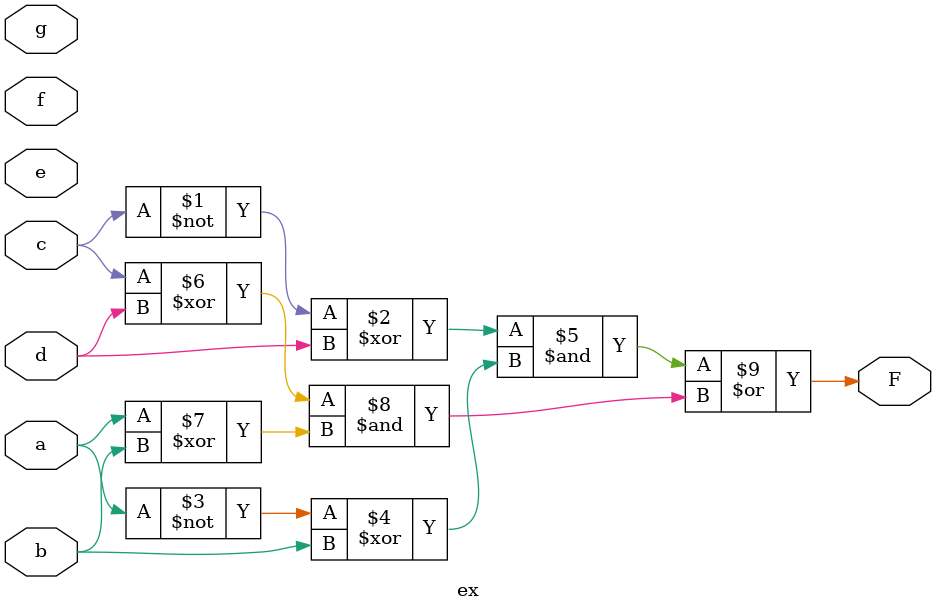
<source format=v>

module ex ( 
    a, b, c, d, e, f, g,
    F  );
  input  a, b, c, d, e, f, g;
  output F;
  assign F = ((~c ^ d) & (~a ^ b)) | ((c ^ d) & (a ^ b));
endmodule



</source>
